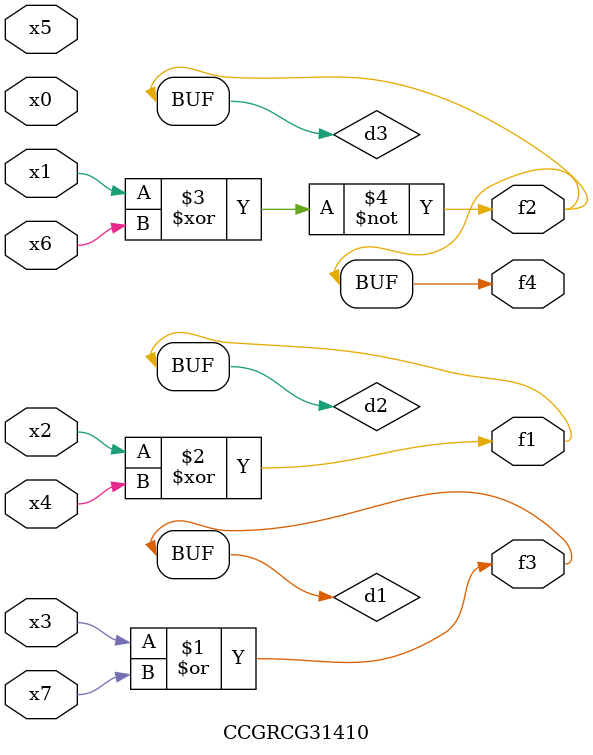
<source format=v>
module CCGRCG31410(
	input x0, x1, x2, x3, x4, x5, x6, x7,
	output f1, f2, f3, f4
);

	wire d1, d2, d3;

	or (d1, x3, x7);
	xor (d2, x2, x4);
	xnor (d3, x1, x6);
	assign f1 = d2;
	assign f2 = d3;
	assign f3 = d1;
	assign f4 = d3;
endmodule

</source>
